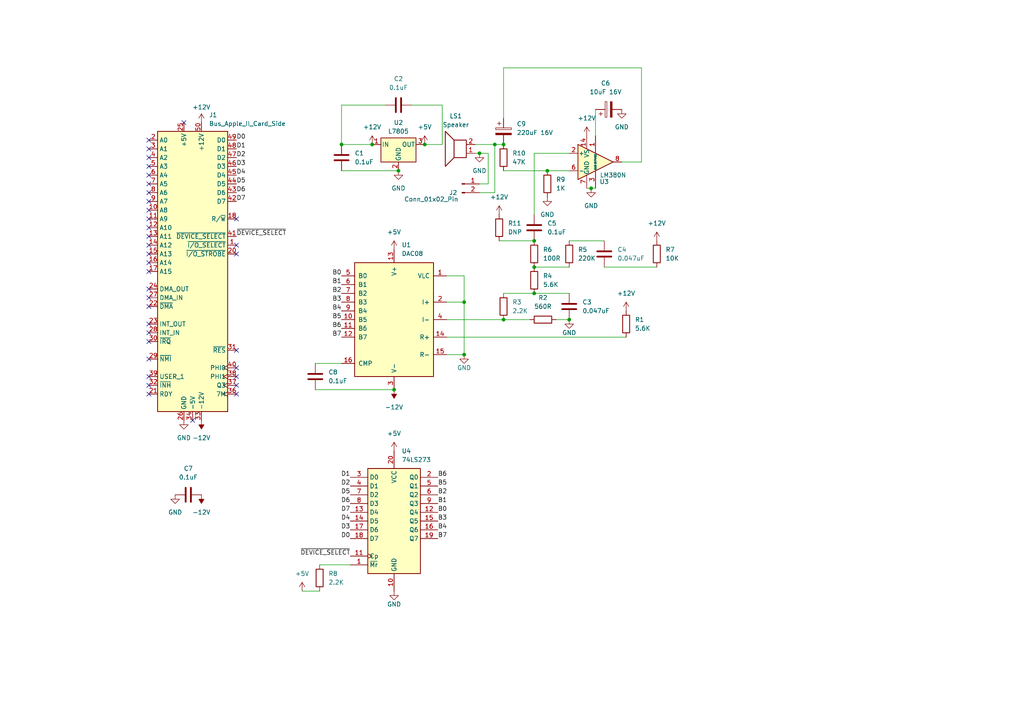
<source format=kicad_sch>
(kicad_sch (version 20230121) (generator eeschema)
  (paper "A4")
  (title_block (title "S.A.M. card for Apple II"))
  (lib_symbols
    (symbol "74xx:74LS273"
      (property "Reference" "U" (at -7.62 16.51 0))
      (property "Value" "74LS273" (at -7.62 -16.51 0))
      (symbol "74LS273_1_0"
        (pin input line (at -12.7 -12.7 0) (length 5.08) (name "~{Mr}") (number "1"))
        (pin power_in line (at 0 -20.32 90) (length 5.08) (name "GND") (number "10"))
        (pin input clock (at -12.7 -10.16 0) (length 5.08) (name "Cp") (number "11"))
        (pin output line (at 12.7 2.54 180) (length 5.08) (name "Q4") (number "12"))
        (pin input line (at -12.7 2.54 0) (length 5.08) (name "D4") (number "13"))
        (pin input line (at -12.7 0 0) (length 5.08) (name "D5") (number "14"))
        (pin output line (at 12.7 0 180) (length 5.08) (name "Q5") (number "15"))
        (pin output line (at 12.7 -2.54 180) (length 5.08) (name "Q6") (number "16"))
        (pin input line (at -12.7 -2.54 0) (length 5.08) (name "D6") (number "17"))
        (pin input line (at -12.7 -5.08 0) (length 5.08) (name "D7") (number "18"))
        (pin output line (at 12.7 -5.08 180) (length 5.08) (name "Q7") (number "19"))
        (pin output line (at 12.7 12.7 180) (length 5.08) (name "Q0") (number "2"))
        (pin power_in line (at 0 20.32 270) (length 5.08) (name "VCC") (number "20"))
        (pin input line (at -12.7 12.7 0) (length 5.08) (name "D0") (number "3"))
        (pin input line (at -12.7 10.16 0) (length 5.08) (name "D1") (number "4"))
        (pin output line (at 12.7 10.16 180) (length 5.08) (name "Q1") (number "5"))
        (pin output line (at 12.7 7.62 180) (length 5.08) (name "Q2") (number "6"))
        (pin input line (at -12.7 7.62 0) (length 5.08) (name "D2") (number "7"))
        (pin input line (at -12.7 5.08 0) (length 5.08) (name "D3") (number "8"))
        (pin output line (at 12.7 5.08 180) (length 5.08) (name "Q3") (number "9"))
      )
      (symbol "74LS273_1_1"
        (rectangle (start -7.62 15.24) (end 7.62 -15.24) (stroke (width 0.254)) (fill (type background)))
      )
    )
    (symbol "Amplifier_Audio:LM380N" (pin_names (offset 0.127))
      (property "Reference" "U" (at 6.35 6.35 0))
      (property "Value" "LM380N" (at 6.35 3.81 0))
      (symbol "LM380N_0_1"
        (polyline (pts (xy -5.08 5.08) (xy 5.08 0) (xy -5.08 -5.08) (xy -5.08 5.08)) (stroke (width 0.254)) (fill (type background)))
      )
      (symbol "LM380N_1_1"
        (pin passive line (at 0 7.62 270) (length 5.08) (name "BYPASS") (number "1"))
        (pin passive line (at 0 -7.62 90) (length 5.08) hide (name "GND") (number "10"))
        (pin passive line (at 0 -7.62 90) (length 5.08) hide (name "GND") (number "11"))
        (pin passive line (at 0 -7.62 90) (length 5.08) hide (name "GND") (number "12"))
        (pin no_connect line (at 0 -2.54 90) (length 2.54) hide (name "NC") (number "13"))
        (pin power_in line (at -2.54 7.62 270) (length 3.81) (name "VS") (number "14"))
        (pin input line (at -7.62 2.54 0) (length 2.54) (name "+") (number "2"))
        (pin power_in line (at 0 -7.62 90) (length 5.08) (name "GND") (number "3"))
        (pin passive line (at 0 -7.62 90) (length 5.08) hide (name "GND") (number "4"))
        (pin passive line (at 0 -7.62 90) (length 5.08) hide (name "GND") (number "5"))
        (pin input line (at -7.62 -2.54 0) (length 2.54) (name "-") (number "6"))
        (pin power_in line (at -2.54 -7.62 90) (length 3.81) (name "GND") (number "7"))
        (pin output line (at 7.62 0 180) (length 2.54) (name "~") (number "8"))
        (pin no_connect line (at 0 2.54 270) (length 2.54) hide (name "NC") (number "9"))
      )
    )
    (symbol "Analog_DAC:DAC08" (pin_names (offset 1.016))
      (property "Reference" "U" (at -11.43 17.78 0))
      (property "Value" "DAC08" (at 5.08 17.78 0))
      (symbol "DAC08_0_1"
        (rectangle (start -11.43 -16.51) (end 11.43 16.51) (stroke (width 0.254)) (fill (type background)))
      )
      (symbol "DAC08_1_1"
        (pin input line (at 15.24 12.7 180) (length 3.81) (name "VLC") (number "1"))
        (pin input line (at -15.24 0 0) (length 3.81) (name "B5") (number "10"))
        (pin input line (at -15.24 -2.54 0) (length 3.81) (name "B6") (number "11"))
        (pin input line (at -15.24 -5.08 0) (length 3.81) (name "B7") (number "12"))
        (pin power_in line (at 0 20.32 270) (length 3.81) (name "V+") (number "13"))
        (pin input line (at 15.24 -5.08 180) (length 3.81) (name "R+") (number "14"))
        (pin input line (at 15.24 -10.16 180) (length 3.81) (name "R-") (number "15"))
        (pin input line (at -15.24 -12.7 0) (length 3.81) (name "CMP") (number "16"))
        (pin output line (at 15.24 5.08 180) (length 3.81) (name "I+") (number "2"))
        (pin power_in line (at 0 -20.32 90) (length 3.81) (name "V-") (number "3"))
        (pin output line (at 15.24 0 180) (length 3.81) (name "I-") (number "4"))
        (pin input line (at -15.24 12.7 0) (length 3.81) (name "B0") (number "5"))
        (pin input line (at -15.24 10.16 0) (length 3.81) (name "B1") (number "6"))
        (pin input line (at -15.24 7.62 0) (length 3.81) (name "B2") (number "7"))
        (pin input line (at -15.24 5.08 0) (length 3.81) (name "B3") (number "8"))
        (pin input line (at -15.24 2.54 0) (length 3.81) (name "B4") (number "9"))
      )
    )
    (symbol "Connector:Conn_01x02_Pin" (pin_names (offset 1.016) hide)
      (property "Reference" "J" (at 0 2.54 0))
      (property "Value" "Conn_01x02_Pin" (at 0 -5.08 0))
      (symbol "Conn_01x02_Pin_1_1"
        (polyline (pts (xy 1.27 -2.54) (xy 0.8636 -2.54)) (stroke (width 0.1524)))
        (polyline (pts (xy 1.27 0) (xy 0.8636 0)) (stroke (width 0.1524)))
        (rectangle (start 0.8636 -2.413) (end 0 -2.667) (stroke (width 0.1524)) (fill (type outline)))
        (rectangle (start 0.8636 0.127) (end 0 -0.127) (stroke (width 0.1524)) (fill (type outline)))
        (pin passive line (at 5.08 0 180) (length 3.81) (name "Pin_1") (number "1"))
        (pin passive line (at 5.08 -2.54 180) (length 3.81) (name "Pin_2") (number "2"))
      )
    )
    (symbol "Connectors:Bus_Apple_II_Card_Side"
      (property "Reference" "J" (at 7.62 41.91 0))
      (property "Value" "Bus_Apple_II_Card_Side" (at 15.24 -41.91 0))
      (symbol "Bus_Apple_II_Card_Side_0_1"
        (rectangle (start -10.16 40.64) (end 10.16 -40.64) (stroke (width 0.254)) (fill (type background)))
      )
      (symbol "Bus_Apple_II_Card_Side_1_1"
        (pin output line (at 12.7 7.62 180) (length 2.54) (name "~{I/O_SELECT}") (number "1"))
        (pin bidirectional line (at -12.7 17.78 0) (length 2.54) (name "A8") (number "10"))
        (pin bidirectional line (at -12.7 15.24 0) (length 2.54) (name "A9") (number "11"))
        (pin bidirectional line (at -12.7 12.7 0) (length 2.54) (name "A10") (number "12"))
        (pin bidirectional line (at -12.7 10.16 0) (length 2.54) (name "A11") (number "13"))
        (pin bidirectional line (at -12.7 7.62 0) (length 2.54) (name "A12") (number "14"))
        (pin bidirectional line (at -12.7 5.08 0) (length 2.54) (name "A13") (number "15"))
        (pin bidirectional line (at -12.7 2.54 0) (length 2.54) (name "A14") (number "16"))
        (pin bidirectional line (at -12.7 0 0) (length 2.54) (name "A15") (number "17"))
        (pin bidirectional line (at 12.7 15.24 180) (length 2.54) (name "R/~{W}") (number "18"))
        (pin no_connect line (at 10.16 2.54 180) (length 2.54) hide (name "N.C.") (number "19"))
        (pin bidirectional line (at -12.7 38.1 0) (length 2.54) (name "A0") (number "2"))
        (pin output line (at 12.7 5.08 180) (length 2.54) (name "~{I/O_STROBE}") (number "20"))
        (pin input line (at -12.7 -35.56 0) (length 2.54) (name "RDY") (number "21"))
        (pin input line (at -12.7 -10.16 0) (length 2.54) (name "~{DMA}") (number "22"))
        (pin input line (at -12.7 -15.24 0) (length 2.54) (name "INT_OUT") (number "23"))
        (pin input line (at -12.7 -5.08 0) (length 2.54) (name "DMA_OUT") (number "24"))
        (pin power_out line (at -2.54 43.18 270) (length 2.54) (name "+5V") (number "25"))
        (pin power_in line (at -2.54 -43.18 90) (length 2.54) (name "GND") (number "26"))
        (pin output line (at -12.7 -7.62 0) (length 2.54) (name "DMA_IN") (number "27"))
        (pin output line (at -12.7 -17.78 0) (length 2.54) (name "INT_IN") (number "28"))
        (pin input line (at -12.7 -25.4 0) (length 2.54) (name "~{NMI}") (number "29"))
        (pin bidirectional line (at -12.7 35.56 0) (length 2.54) (name "A1") (number "3"))
        (pin input line (at -12.7 -20.32 0) (length 2.54) (name "~{IRQ}") (number "30"))
        (pin bidirectional line (at 12.7 -22.86 180) (length 2.54) (name "~{RES}") (number "31"))
        (pin input line (at -12.7 -33.02 0) (length 2.54) (name "~{INH}") (number "32"))
        (pin power_out line (at 2.54 -43.18 90) (length 2.54) (name "-12V") (number "33"))
        (pin power_out line (at 0 -43.18 90) (length 2.54) (name "-5V") (number "34"))
        (pin no_connect line (at 10.16 0 180) (length 2.54) hide (name "N.C.") (number "35"))
        (pin output clock (at 12.7 -35.56 180) (length 2.54) (name "7M") (number "36"))
        (pin output clock (at 12.7 -33.02 180) (length 2.54) (name "Q3") (number "37"))
        (pin output clock (at 12.7 -30.48 180) (length 2.54) (name "PHI1") (number "38"))
        (pin input line (at -12.7 -30.48 0) (length 2.54) (name "USER_1") (number "39"))
        (pin bidirectional line (at -12.7 33.02 0) (length 2.54) (name "A2") (number "4"))
        (pin output clock (at 12.7 -27.94 180) (length 2.54) (name "PHI0") (number "40"))
        (pin output line (at 12.7 10.16 180) (length 2.54) (name "~{DEVICE_SELECT}") (number "41"))
        (pin bidirectional line (at 12.7 20.32 180) (length 2.54) (name "D7") (number "42"))
        (pin bidirectional line (at 12.7 22.86 180) (length 2.54) (name "D6") (number "43"))
        (pin bidirectional line (at 12.7 25.4 180) (length 2.54) (name "D5") (number "44"))
        (pin bidirectional line (at 12.7 27.94 180) (length 2.54) (name "D4") (number "45"))
        (pin bidirectional line (at 12.7 30.48 180) (length 2.54) (name "D3") (number "46"))
        (pin bidirectional line (at 12.7 33.02 180) (length 2.54) (name "D2") (number "47"))
        (pin bidirectional line (at 12.7 35.56 180) (length 2.54) (name "D1") (number "48"))
        (pin bidirectional line (at 12.7 38.1 180) (length 2.54) (name "D0") (number "49"))
        (pin bidirectional line (at -12.7 30.48 0) (length 2.54) (name "A3") (number "5"))
        (pin power_out line (at 2.54 43.18 270) (length 2.54) (name "+12V") (number "50"))
        (pin bidirectional line (at -12.7 27.94 0) (length 2.54) (name "A4") (number "6"))
        (pin bidirectional line (at -12.7 25.4 0) (length 2.54) (name "A5") (number "7"))
        (pin bidirectional line (at -12.7 22.86 0) (length 2.54) (name "A6") (number "8"))
        (pin bidirectional line (at -12.7 20.32 0) (length 2.54) (name "A7") (number "9"))
      )
    )
    (symbol "Device:C" (pin_numbers hide) (pin_names (offset 0.254))
      (property "Reference" "C" (at 0.635 2.54 0))
      (property "Value" "C" (at 0.635 -2.54 0))
      (symbol "C_0_1"
        (polyline (pts (xy -2.032 -0.762) (xy 2.032 -0.762)) (stroke (width 0.508)))
        (polyline (pts (xy -2.032 0.762) (xy 2.032 0.762)) (stroke (width 0.508)))
      )
      (symbol "C_1_1"
        (pin passive line (at 0 3.81 270) (length 2.794) (name "~") (number "1"))
        (pin passive line (at 0 -3.81 90) (length 2.794) (name "~") (number "2"))
      )
    )
    (symbol "Device:C_Polarized" (pin_numbers hide) (pin_names (offset 0.254))
      (property "Reference" "C" (at 0.635 2.54 0))
      (property "Value" "C_Polarized" (at 0.635 -2.54 0))
      (symbol "C_Polarized_0_1"
        (rectangle (start -2.286 0.508) (end 2.286 1.016))
        (polyline (pts (xy -1.778 2.286) (xy -0.762 2.286)))
        (polyline (pts (xy -1.27 2.794) (xy -1.27 1.778)))
        (rectangle (start 2.286 -0.508) (end -2.286 -1.016) (fill (type outline)))
      )
      (symbol "C_Polarized_1_1"
        (pin passive line (at 0 3.81 270) (length 2.794) (name "~") (number "1"))
        (pin passive line (at 0 -3.81 90) (length 2.794) (name "~") (number "2"))
      )
    )
    (symbol "Device:R" (pin_numbers hide) (pin_names (offset 0))
      (property "Reference" "R" (at 2.032 0 90))
      (property "Value" "R" (at 0 0 90))
      (symbol "R_0_1"
        (rectangle (start -1.016 -2.54) (end 1.016 2.54) (stroke (width 0.254)))
      )
      (symbol "R_1_1"
        (pin passive line (at 0 3.81 270) (length 1.27) (name "~") (number "1"))
        (pin passive line (at 0 -3.81 90) (length 1.27) (name "~") (number "2"))
      )
    )
    (symbol "Device:Speaker" (pin_names (offset 0) hide)
      (property "Reference" "LS" (at 1.27 5.715 0))
      (property "Value" "Speaker" (at 1.27 3.81 0))
      (symbol "Speaker_0_0"
        (rectangle (start -2.54 1.27) (end 1.016 -3.81) (stroke (width 0.254)))
        (polyline (pts (xy 1.016 1.27) (xy 3.556 3.81) (xy 3.556 -6.35) (xy 1.016 -3.81)) (stroke (width 0.254)))
      )
      (symbol "Speaker_1_1"
        (pin input line (at -5.08 0 0) (length 2.54) (name "1") (number "1"))
        (pin input line (at -5.08 -2.54 0) (length 2.54) (name "2") (number "2"))
      )
    )
    (symbol "Regulator_Linear:L7805" (pin_names (offset 0.254))
      (property "Reference" "U" (at -3.81 3.175 0))
      (property "Value" "L7805" (at 0 3.175 0))
      (symbol "L7805_0_1"
        (rectangle (start -5.08 1.905) (end 5.08 -5.08) (stroke (width 0.254)) (fill (type background)))
      )
      (symbol "L7805_1_1"
        (pin power_in line (at -7.62 0 0) (length 2.54) (name "IN") (number "1"))
        (pin power_in line (at 0 -7.62 90) (length 2.54) (name "GND") (number "2"))
        (pin power_out line (at 7.62 0 180) (length 2.54) (name "OUT") (number "3"))
      )
    )
    (symbol "power:+12V" (power) (pin_names (offset 0))
      (property "Value" "+12V" (at 0 3.556 0))
      (symbol "+12V_0_1"
        (polyline (pts (xy -0.762 1.27) (xy 0 2.54)))
        (polyline (pts (xy 0 0) (xy 0 2.54)))
        (polyline (pts (xy 0 2.54) (xy 0.762 1.27)))
      )
      (symbol "+12V_1_1"
        (pin power_in line (at 0 0 90) (length 0) hide (name "+12V") (number "1"))
      )
    )
    (symbol "power:+5V" (power) (pin_names (offset 0))
      (property "Value" "+5V" (at 0 3.556 0))
      (symbol "+5V_0_1"
        (polyline (pts (xy -0.762 1.27) (xy 0 2.54)))
        (polyline (pts (xy 0 0) (xy 0 2.54)))
        (polyline (pts (xy 0 2.54) (xy 0.762 1.27)))
      )
      (symbol "+5V_1_1"
        (pin power_in line (at 0 0 90) (length 0) hide (name "+5V") (number "1"))
      )
    )
    (symbol "power:-12V" (power) (pin_names (offset 0))
      (property "Value" "-12V" (at 0 3.81 0))
      (symbol "-12V_0_0"
        (pin power_in line (at 0 0 90) (length 0) hide (name "-12V") (number "1"))
      )
      (symbol "-12V_0_1"
        (polyline (pts (xy 0 0) (xy 0 1.27) (xy 0.762 1.27) (xy 0 2.54) (xy -0.762 1.27) (xy 0 1.27)) (fill (type outline)))
      )
    )
    (symbol "power:GND" (power) (pin_names (offset 0))
      (property "Value" "GND" (at 0 -3.81 0))
      (symbol "GND_0_1"
        (polyline (pts (xy 0 0) (xy 0 -1.27) (xy 1.27 -1.27) (xy 0 -2.54) (xy -1.27 -1.27) (xy 0 -1.27)))
      )
      (symbol "GND_1_1"
        (pin power_in line (at 0 0 270) (length 0) hide (name "GND") (number "1"))
      )
    )
  )
  (junction (at 171.45 54.61))
  (junction (at 143.51 41.91))
  (junction (at 158.75 49.53))
  (junction (at 146.05 41.91))
  (junction (at 139.065 44.45))
  (junction (at 115.57 49.53))
  (junction (at 154.94 69.85))
  (junction (at 123.19 41.91))
  (junction (at 146.05 92.71))
  (junction (at 99.06 41.91))
  (junction (at 154.94 85.09))
  (junction (at 107.95 41.91))
  (junction (at 154.94 77.47))
  (junction (at 134.62 102.87))
  (junction (at 134.62 87.63))
  (junction (at 114.3 113.03))
  (junction (at 165.1 92.71))
  (no_connect (at 43.18 66.04))
  (no_connect (at 68.58 73.66))
  (no_connect (at 68.58 106.68))
  (no_connect (at 68.58 101.6))
  (no_connect (at 43.18 93.98))
  (no_connect (at 43.18 99.06))
  (no_connect (at 43.18 60.96))
  (no_connect (at 43.18 86.36))
  (no_connect (at 43.18 53.34))
  (no_connect (at 43.18 96.52))
  (no_connect (at 43.18 111.76))
  (no_connect (at 43.18 104.14))
  (no_connect (at 68.58 63.5))
  (no_connect (at 43.18 55.88))
  (no_connect (at 43.18 114.3))
  (no_connect (at 43.18 43.18))
  (no_connect (at 43.18 109.22))
  (no_connect (at 68.58 111.76))
  (no_connect (at 68.58 109.22))
  (no_connect (at 43.18 68.58))
  (no_connect (at 43.18 88.9))
  (no_connect (at 43.18 71.12))
  (no_connect (at 43.18 40.64))
  (no_connect (at 43.18 78.74))
  (no_connect (at 68.58 114.3))
  (no_connect (at 55.88 121.92))
  (no_connect (at 43.18 63.5))
  (no_connect (at 43.18 50.8))
  (no_connect (at 53.34 35.56))
  (no_connect (at 43.18 48.26))
  (no_connect (at 68.58 71.12))
  (no_connect (at 43.18 76.2))
  (no_connect (at 43.18 58.42))
  (no_connect (at 43.18 45.72))
  (no_connect (at 43.18 73.66))
  (no_connect (at 43.18 83.82))
  (wire (pts (xy 146.05 49.53) (xy 158.75 49.53)))
  (wire (pts (xy 172.72 31.75) (xy 172.72 39.37)))
  (wire (pts (xy 99.06 30.48) (xy 99.06 41.91)))
  (wire (pts (xy 91.44 113.03) (xy 114.3 113.03)))
  (wire (pts (xy 144.78 69.85) (xy 154.94 69.85)))
  (wire (pts (xy 165.1 44.45) (xy 154.94 44.45)))
  (wire (pts (xy 146.05 92.71) (xy 153.67 92.71)))
  (wire (pts (xy 139.065 44.45) (xy 141.605 44.45)))
  (wire (pts (xy 134.62 80.01) (xy 134.62 87.63)))
  (wire (pts (xy 92.71 163.83) (xy 101.6 163.83)))
  (wire (pts (xy 134.62 87.63) (xy 129.54 87.63)))
  (wire (pts (xy 137.795 41.91) (xy 143.51 41.91)))
  (wire (pts (xy 123.19 41.91) (xy 128.27 41.91)))
  (wire (pts (xy 154.94 85.09) (xy 165.1 85.09)))
  (wire (pts (xy 143.51 55.88) (xy 143.51 41.91)))
  (wire (pts (xy 165.1 69.85) (xy 175.26 69.85)))
  (wire (pts (xy 128.27 30.48) (xy 119.38 30.48)))
  (wire (pts (xy 186.055 46.99) (xy 186.055 19.685)))
  (wire (pts (xy 99.06 41.91) (xy 107.95 41.91)))
  (wire (pts (xy 154.94 44.45) (xy 154.94 62.23)))
  (wire (pts (xy 146.05 85.09) (xy 154.94 85.09)))
  (wire (pts (xy 134.62 87.63) (xy 134.62 102.87)))
  (wire (pts (xy 134.62 102.87) (xy 129.54 102.87)))
  (wire (pts (xy 186.055 19.685) (xy 146.05 19.685)))
  (wire (pts (xy 128.27 41.91) (xy 128.27 30.48)))
  (wire (pts (xy 129.54 80.01) (xy 134.62 80.01)))
  (wire (pts (xy 165.1 92.71) (xy 161.29 92.71)))
  (wire (pts (xy 171.45 54.61) (xy 172.72 54.61)))
  (wire (pts (xy 170.18 54.61) (xy 171.45 54.61)))
  (wire (pts (xy 139.065 44.45) (xy 137.795 44.45)))
  (wire (pts (xy 99.06 49.53) (xy 115.57 49.53)))
  (wire (pts (xy 129.54 97.79) (xy 181.61 97.79)))
  (wire (pts (xy 111.76 30.48) (xy 99.06 30.48)))
  (wire (pts (xy 141.605 53.34) (xy 139.065 53.34)))
  (wire (pts (xy 87.63 171.45) (xy 92.71 171.45)))
  (wire (pts (xy 154.94 77.47) (xy 165.1 77.47)))
  (wire (pts (xy 141.605 44.45) (xy 141.605 53.34)))
  (wire (pts (xy 91.44 105.41) (xy 99.06 105.41)))
  (wire (pts (xy 143.51 41.91) (xy 146.05 41.91)))
  (wire (pts (xy 180.34 46.99) (xy 186.055 46.99)))
  (wire (pts (xy 175.26 77.47) (xy 190.5 77.47)))
  (wire (pts (xy 129.54 92.71) (xy 146.05 92.71)))
  (wire (pts (xy 146.05 19.685) (xy 146.05 34.29)))
  (wire (pts (xy 139.065 55.88) (xy 143.51 55.88)))
  (wire (pts (xy 158.75 49.53) (xy 165.1 49.53)))
  (label "~{DEVICE_SELECT}" (at 101.6 161.29 180))
  (label "D0" (at 68.58 40.64 0))
  (label "D1" (at 68.58 43.18 0))
  (label "D6" (at 68.58 55.88 0))
  (label "B4" (at 99.06 90.17 180))
  (label "B1" (at 99.06 82.55 180))
  (label "B7" (at 127 156.21 0))
  (label "B5" (at 99.06 92.71 180))
  (label "B3" (at 99.06 87.63 180))
  (label "D7" (at 101.6 148.59 180))
  (label "D4" (at 101.6 151.13 180))
  (label "B5" (at 127 140.97 0))
  (label "D3" (at 68.58 48.26 0))
  (label "D5" (at 68.58 53.34 0))
  (label "B1" (at 127 146.05 0))
  (label "B6" (at 127 138.43 0))
  (label "B4" (at 127 153.67 0))
  (label "D3" (at 101.6 153.67 180))
  (label "B0" (at 127 148.59 0))
  (label "B7" (at 99.06 97.79 180))
  (label "D7" (at 68.58 58.42 0))
  (label "D2" (at 101.6 140.97 180))
  (label "B6" (at 99.06 95.25 180))
  (label "D6" (at 101.6 146.05 180))
  (label "D0" (at 101.6 156.21 180))
  (label "B0" (at 99.06 80.01 180))
  (label "D2" (at 68.58 45.72 0))
  (label "B3" (at 127 151.13 0))
  (label "D4" (at 68.58 50.8 0))
  (label "B2" (at 99.06 85.09 180))
  (label "B2" (at 127 143.51 0))
  (label "D5" (at 101.6 143.51 180))
  (label "D1" (at 101.6 138.43 180))
  (label "~{DEVICE_SELECT}" (at 68.58 68.58 0))
  (symbol (lib_id "Device:R") (at 154.94 81.28 0) (unit 1)
    (property "Reference" "R4" (at 157.48 80.01 0) (effects (justify left)))
    (property "Value" "5.6K" (at 157.48 82.55 0) (effects (justify left)))
    (property "Footprint" "sam:R_Axial_DIN0207_L6.3mm_D2.5mm_P9.5mm_Horizontal" (effects hide))
  )
  (symbol (lib_id "power:GND") (at 134.62 102.87 0) (unit 1)
    (property "Reference" "#PWR015" (effects hide))
    (property "Value" "GND" (at 134.62 106.68 0))
  )
  (symbol (lib_id "Connectors:Bus_Apple_II_Card_Side") (at 55.88 78.74 0) (unit 1)
    (property "Reference" "J1" (at 60.6141 33.3248 0) (effects (justify left)))
    (property "Value" "Bus_Apple_II_Card_Side" (at 60.6141 35.8648 0) (effects (justify left)))
    (property "Footprint" "sam:BUS_A2" (effects hide))
    (property "Datasheet" "https://archive.org/details/Apple_II_Mini_Manual/page/n37/mode/2up" (effects hide))
  )
  (symbol (lib_id "Device:C") (at 154.94 66.04 0) (unit 1)
    (property "Reference" "C5" (at 158.75 64.77 0) (effects (justify left)))
    (property "Value" "0.1uF" (at 158.75 67.31 0) (effects (justify left)))
    (property "Footprint" "sam:Ceramic_CAP1" (effects hide))
  )
  (symbol (lib_id "Device:R") (at 144.78 66.04 0) (unit 1)
    (property "Reference" "R11" (at 147.32 64.77 0) (effects (justify left)))
    (property "Value" "DNP" (at 147.32 67.31 0) (effects (justify left)))
    (property "Footprint" "sam:R_Axial_DIN0207_L6.3mm_D2.5mm_P8.0mm_Horizontal" (effects hide))
  )
  (symbol (lib_id "Device:C_Polarized") (at 176.53 31.75 90) (unit 1)
    (property "Reference" "C6" (at 175.641 24.13 90))
    (property "Value" "10uF 16V" (at 175.641 26.67 90))
    (property "Footprint" "sam:CP_Radial_Tantal_D4.5mm_P3.7" (effects hide))
  )
  (symbol (lib_id "power:GND") (at 139.065 44.45 0) (unit 1)
    (property "Reference" "#PWR023" (effects hide))
    (property "Value" "GND" (at 139.065 49.53 0))
  )
  (symbol (lib_id "power:-12V") (at 58.42 121.92 180) (unit 1)
    (property "Reference" "#PWR02" (effects hide))
    (property "Value" "-12V" (at 58.42 127 0))
  )
  (symbol (lib_id "power:GND") (at 158.75 57.15 0) (unit 1)
    (property "Reference" "#PWR022" (effects hide))
    (property "Value" "GND" (at 158.75 62.23 0))
  )
  (symbol (lib_id "Device:C") (at 99.06 45.72 0) (unit 1)
    (property "Reference" "C1" (at 102.87 44.45 0) (effects (justify left)))
    (property "Value" "0.1uF" (at 102.87 46.99 0) (effects (justify left)))
    (property "Footprint" "sam:Ceramic_CAP1" (effects hide))
  )
  (symbol (lib_id "power:+12V") (at 190.5 69.85 0) (unit 1)
    (property "Reference" "#PWR09" (effects hide))
    (property "Value" "+12V" (at 190.5 64.77 0))
  )
  (symbol (lib_id "Device:R") (at 154.94 73.66 0) (unit 1)
    (property "Reference" "R6" (at 157.48 72.39 0) (effects (justify left)))
    (property "Value" "100R" (at 157.48 74.93 0) (effects (justify left)))
    (property "Footprint" "sam:R_Axial_DIN0207_L6.3mm_D2.5mm_P8.0mm_Horizontal" (effects hide))
  )
  (symbol (lib_id "power:GND") (at 114.3 171.45 0) (unit 1)
    (property "Reference" "#PWR019" (effects hide))
    (property "Value" "GND" (at 114.3 175.26 0))
  )
  (symbol (lib_id "Connector:Conn_01x02_Pin") (at 133.985 53.34 0) (unit 1)
    (property "Reference" "J2" (at 131.445 55.88 0))
    (property "Value" "Conn_01x02_Pin" (at 125.095 57.785 0))
    (property "Footprint" "Connector_PinHeader_1.27mm:PinHeader_1x02_P1.27mm_Horizontal" (effects hide))
  )
  (symbol (lib_id "power:+5V") (at 123.19 41.91 0) (unit 1)
    (property "Reference" "#PWR05" (effects hide))
    (property "Value" "+5V" (at 123.19 36.83 0))
  )
  (symbol (lib_id "Amplifier_Audio:LM380N") (at 172.72 46.99 0) (unit 1)
    (property "Reference" "U3" (at 175.26 52.705 0))
    (property "Value" "LM380N" (at 177.8 50.8 0))
    (property "Footprint" "Package_DIP:DIP-14_W7.62mm_LongPads" (effects hide))
    (property "Datasheet" "http://www.ti.com/lit/ds/symlink/lm380.pdf" (effects hide))
  )
  (symbol (lib_id "Device:R") (at 157.48 92.71 90) (unit 1)
    (property "Reference" "R2" (at 157.48 86.36 90))
    (property "Value" "560R" (at 157.48 88.9 90))
    (property "Footprint" "sam:R_Axial_DIN0207_L6.3mm_D2.5mm_P9.5mm_Horizontal" (effects hide))
  )
  (symbol (lib_id "power:GND") (at 115.57 49.53 0) (unit 1)
    (property "Reference" "#PWR06" (effects hide))
    (property "Value" "GND" (at 115.57 54.61 0))
  )
  (symbol (lib_id "Regulator_Linear:L7805") (at 115.57 41.91 0) (unit 1)
    (property "Reference" "U2" (at 115.57 35.56 0))
    (property "Value" "L7805" (at 115.57 38.1 0))
    (property "Footprint" "Package_TO_SOT_THT:TO-92L_Wide" (effects hide))
    (property "Datasheet" "http://www.st.com/content/ccc/resource/technical/document/datasheet/41/4f/b3/b0/12/d4/47/88/CD00000444.pdf/files/CD00000444.pdf/jcr:content/translations/en.CD00000444.pdf" (effects hide))
  )
  (symbol (lib_id "power:+12V") (at 181.61 90.17 0) (unit 1)
    (property "Reference" "#PWR07" (effects hide))
    (property "Value" "+12V" (at 181.61 85.09 0))
  )
  (symbol (lib_id "power:GND") (at 165.1 92.71 0) (unit 1)
    (property "Reference" "#PWR08" (effects hide))
    (property "Value" "GND" (at 165.1 96.52 0))
  )
  (symbol (lib_id "Device:C") (at 175.26 73.66 0) (unit 1)
    (property "Reference" "C4" (at 179.07 72.39 0) (effects (justify left)))
    (property "Value" "0.047uF" (at 179.07 74.93 0) (effects (justify left)))
    (property "Footprint" "sam:Ceramic_CAP2" (effects hide))
  )
  (symbol (lib_id "Device:C") (at 115.57 30.48 90) (unit 1)
    (property "Reference" "C2" (at 115.57 22.86 90))
    (property "Value" "0.1uF" (at 115.57 25.4 90))
    (property "Footprint" "sam:Ceramic_CAP1" (effects hide))
  )
  (symbol (lib_id "Device:R") (at 146.05 45.72 0) (unit 1)
    (property "Reference" "R10" (at 148.59 44.45 0) (effects (justify left)))
    (property "Value" "47K" (at 148.59 46.99 0) (effects (justify left)))
    (property "Footprint" "sam:R_Axial_DIN0207_L6.3mm_D2.5mm_P9.5mm_Horizontal" (effects hide))
  )
  (symbol (lib_id "Device:C") (at 54.61 143.51 90) (unit 1)
    (property "Reference" "C7" (at 54.61 135.89 90))
    (property "Value" "0.1uF" (at 54.61 138.43 90))
    (property "Footprint" "sam:Ceramic_CAP1" (effects hide))
  )
  (symbol (lib_id "power:+12V") (at 144.78 62.23 0) (unit 1)
    (property "Reference" "#PWR010" (effects hide))
    (property "Value" "+12V" (at 144.78 57.15 0))
  )
  (symbol (lib_id "power:-12V") (at 58.42 143.51 180) (unit 1)
    (property "Reference" "#PWR013" (effects hide))
    (property "Value" "-12V" (at 58.42 148.59 0))
  )
  (symbol (lib_id "power:+12V") (at 58.42 35.56 0) (unit 1)
    (property "Reference" "#PWR01" (effects hide))
    (property "Value" "+12V" (at 58.42 31.0896 0))
  )
  (symbol (lib_id "power:+12V") (at 107.95 41.91 0) (unit 1)
    (property "Reference" "#PWR04" (effects hide))
    (property "Value" "+12V" (at 107.95 36.83 0))
  )
  (symbol (lib_id "power:GND") (at 171.45 54.61 0) (unit 1)
    (property "Reference" "#PWR020" (effects hide))
    (property "Value" "GND" (at 171.45 59.69 0))
  )
  (symbol (lib_id "Device:R") (at 190.5 73.66 0) (unit 1)
    (property "Reference" "R7" (at 193.04 72.39 0) (effects (justify left)))
    (property "Value" "10K" (at 193.04 74.93 0) (effects (justify left)))
    (property "Footprint" "sam:R_Axial_DIN0207_L6.3mm_D2.5mm_P9.5mm_Horizontal" (effects hide))
  )
  (symbol (lib_id "Device:R") (at 92.71 167.64 0) (unit 1)
    (property "Reference" "R8" (at 95.25 166.37 0) (effects (justify left)))
    (property "Value" "2.2K" (at 95.25 168.91 0) (effects (justify left)))
    (property "Footprint" "sam:R_Axial_DIN0207_L6.3mm_D2.5mm_P9.5mm_Horizontal" (effects hide))
  )
  (symbol (lib_id "Device:C") (at 165.1 88.9 0) (unit 1)
    (property "Reference" "C3" (at 168.91 87.63 0) (effects (justify left)))
    (property "Value" "0.047uF" (at 168.91 90.17 0) (effects (justify left)))
    (property "Footprint" "sam:Ceramic_CAP2" (effects hide))
  )
  (symbol (lib_id "power:GND") (at 50.8 143.51 0) (unit 1)
    (property "Reference" "#PWR012" (effects hide))
    (property "Value" "GND" (at 50.8 148.59 0))
  )
  (symbol (lib_id "Device:C") (at 91.44 109.22 0) (unit 1)
    (property "Reference" "C8" (at 95.25 107.95 0) (effects (justify left)))
    (property "Value" "0.1uF" (at 95.25 110.49 0) (effects (justify left)))
    (property "Footprint" "sam:Ceramic_CAP1" (effects hide))
  )
  (symbol (lib_id "Device:Speaker") (at 132.715 44.45 180) (unit 1)
    (property "Reference" "LS1" (at 132.207 33.655 0))
    (property "Value" "Speaker" (at 132.207 36.195 0))
  )
  (symbol (lib_id "Device:R") (at 158.75 53.34 0) (unit 1)
    (property "Reference" "R9" (at 161.29 52.07 0) (effects (justify left)))
    (property "Value" "1K" (at 161.29 54.61 0) (effects (justify left)))
    (property "Footprint" "sam:R_Axial_DIN0207_L6.3mm_D2.5mm_P9.5mm_Horizontal" (effects hide))
  )
  (symbol (lib_id "power:+5V") (at 87.63 171.45 0) (unit 1)
    (property "Reference" "#PWR018" (effects hide))
    (property "Value" "+5V" (at 87.63 166.37 0))
  )
  (symbol (lib_id "power:+5V") (at 114.3 72.39 0) (unit 1)
    (property "Reference" "#PWR016" (effects hide))
    (property "Value" "+5V" (at 114.3 67.31 0))
  )
  (symbol (lib_id "74xx:74LS273") (at 114.3 151.13 0) (unit 1)
    (property "Reference" "U4" (at 116.4941 130.81 0) (effects (justify left)))
    (property "Value" "74LS273" (at 116.4941 133.35 0) (effects (justify left)))
    (property "Footprint" "Package_DIP:DIP-20_W7.62mm_LongPads" (effects hide))
    (property "Datasheet" "http://www.ti.com/lit/gpn/sn74LS273" (effects hide))
  )
  (symbol (lib_id "Device:C_Polarized") (at 146.05 38.1 0) (unit 1)
    (property "Reference" "C9" (at 149.86 35.941 0) (effects (justify left)))
    (property "Value" "220uF 16V" (at 149.86 38.481 0) (effects (justify left)))
    (property "Footprint" "sam:CP_Radial_Tantal_D4.5mm_P4.3" (effects hide))
  )
  (symbol (lib_id "Device:R") (at 181.61 93.98 180) (unit 1)
    (property "Reference" "R1" (at 184.15 92.71 0) (effects (justify right)))
    (property "Value" "5.6K" (at 184.15 95.25 0) (effects (justify right)))
    (property "Footprint" "sam:R_Axial_DIN0207_L6.3mm_D2.5mm_P9.5mm_Horizontal" (effects hide))
  )
  (symbol (lib_id "power:GND") (at 53.34 121.92 0) (unit 1)
    (property "Reference" "#PWR03" (effects hide))
    (property "Value" "GND" (at 53.34 127 0))
  )
  (symbol (lib_id "Device:R") (at 146.05 88.9 0) (unit 1)
    (property "Reference" "R3" (at 148.59 87.63 0) (effects (justify left)))
    (property "Value" "2.2K" (at 148.59 90.17 0) (effects (justify left)))
    (property "Footprint" "sam:R_Axial_DIN0207_L6.3mm_D2.5mm_P9.5mm_Horizontal" (effects hide))
  )
  (symbol (lib_id "power:+5V") (at 114.3 130.81 0) (unit 1)
    (property "Reference" "#PWR017" (effects hide))
    (property "Value" "+5V" (at 114.3 125.73 0))
  )
  (symbol (lib_id "power:-12V") (at 114.3 113.03 180) (unit 1)
    (property "Reference" "#PWR014" (effects hide))
    (property "Value" "-12V" (at 114.3 118.11 0))
  )
  (symbol (lib_id "Device:R") (at 165.1 73.66 0) (unit 1)
    (property "Reference" "R5" (at 167.64 72.39 0) (effects (justify left)))
    (property "Value" "220K" (at 167.64 74.93 0) (effects (justify left)))
    (property "Footprint" "sam:R_Axial_DIN0207_L6.3mm_D2.5mm_P9.5mm_Horizontal" (effects hide))
  )
  (symbol (lib_id "power:+12V") (at 170.18 39.37 0) (unit 1)
    (property "Reference" "#PWR021" (effects hide))
    (property "Value" "+12V" (at 170.18 34.29 0))
  )
  (symbol (lib_id "power:GND") (at 180.34 31.75 0) (unit 1)
    (property "Reference" "#PWR011" (effects hide))
    (property "Value" "GND" (at 180.34 36.83 0))
  )
  (symbol (lib_id "Analog_DAC:DAC08") (at 114.3 92.71 0) (unit 1)
    (property "Reference" "U1" (at 116.4941 71.0184 0) (effects (justify left)))
    (property "Value" "DAC08" (at 116.4941 73.5584 0) (effects (justify left)))
    (property "Footprint" "Package_DIP:DIP-16_W7.62mm_LongPads" (effects hide))
    (property "Datasheet" "https://www.analog.com/media/en/technical-documentation/data-sheets/DAC08.pdf" (effects hide))
  )
)
</source>
